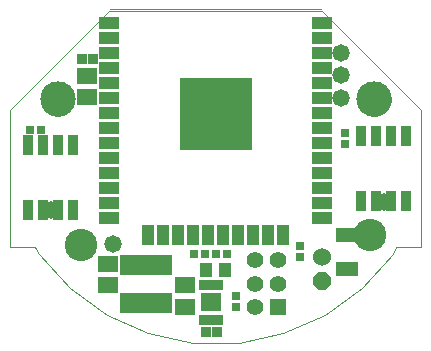
<source format=gts>
G75*
%MOIN*%
%OFA0B0*%
%FSLAX25Y25*%
%IPPOS*%
%LPD*%
%AMOC8*
5,1,8,0,0,1.08239X$1,22.5*
%
%ADD10C,0.00000*%
%ADD11C,0.11824*%
%ADD12R,0.03359X0.03359*%
%ADD13R,0.06509X0.05328*%
%ADD14R,0.04343X0.04540*%
%ADD15R,0.01981X0.03753*%
%ADD16R,0.06548X0.06154*%
%ADD17R,0.03162X0.03162*%
%ADD18C,0.05800*%
%ADD19C,0.10800*%
%ADD20R,0.03200X0.06800*%
%ADD21R,0.06706X0.04343*%
%ADD22R,0.04343X0.06706*%
%ADD23R,0.24422X0.24422*%
%ADD24R,0.05600X0.05600*%
%ADD25C,0.05600*%
%ADD26R,0.17335X0.06706*%
%ADD27OC8,0.06000*%
%ADD28C,0.06000*%
%ADD29R,0.07493X0.05131*%
%ADD30C,0.12611*%
D10*
X0037313Y0095543D02*
X0051223Y0089350D01*
X0066117Y0086184D01*
X0081344Y0086184D01*
X0096237Y0089350D01*
X0110148Y0095543D01*
X0122466Y0104493D01*
X0132655Y0115809D01*
X0133959Y0118069D01*
X0142234Y0118069D01*
X0142234Y0163738D01*
X0109163Y0196809D01*
X0038297Y0196809D01*
X0005226Y0163738D01*
X0005226Y0118069D01*
X0013501Y0118069D01*
X0014806Y0115809D01*
X0024994Y0104493D01*
X0037313Y0095543D01*
X0015462Y0167301D02*
X0015464Y0167449D01*
X0015470Y0167597D01*
X0015480Y0167745D01*
X0015494Y0167892D01*
X0015512Y0168039D01*
X0015533Y0168185D01*
X0015559Y0168331D01*
X0015589Y0168476D01*
X0015622Y0168620D01*
X0015660Y0168763D01*
X0015701Y0168905D01*
X0015746Y0169046D01*
X0015794Y0169186D01*
X0015847Y0169325D01*
X0015903Y0169462D01*
X0015963Y0169597D01*
X0016026Y0169731D01*
X0016093Y0169863D01*
X0016164Y0169993D01*
X0016238Y0170121D01*
X0016315Y0170247D01*
X0016396Y0170371D01*
X0016480Y0170493D01*
X0016567Y0170612D01*
X0016658Y0170729D01*
X0016752Y0170844D01*
X0016848Y0170956D01*
X0016948Y0171066D01*
X0017050Y0171172D01*
X0017156Y0171276D01*
X0017264Y0171377D01*
X0017375Y0171475D01*
X0017488Y0171571D01*
X0017604Y0171663D01*
X0017722Y0171752D01*
X0017843Y0171837D01*
X0017966Y0171920D01*
X0018091Y0171999D01*
X0018218Y0172075D01*
X0018347Y0172147D01*
X0018478Y0172216D01*
X0018611Y0172281D01*
X0018746Y0172342D01*
X0018882Y0172400D01*
X0019019Y0172455D01*
X0019158Y0172505D01*
X0019299Y0172552D01*
X0019440Y0172595D01*
X0019583Y0172635D01*
X0019727Y0172670D01*
X0019871Y0172702D01*
X0020017Y0172729D01*
X0020163Y0172753D01*
X0020310Y0172773D01*
X0020457Y0172789D01*
X0020604Y0172801D01*
X0020752Y0172809D01*
X0020900Y0172813D01*
X0021048Y0172813D01*
X0021196Y0172809D01*
X0021344Y0172801D01*
X0021491Y0172789D01*
X0021638Y0172773D01*
X0021785Y0172753D01*
X0021931Y0172729D01*
X0022077Y0172702D01*
X0022221Y0172670D01*
X0022365Y0172635D01*
X0022508Y0172595D01*
X0022649Y0172552D01*
X0022790Y0172505D01*
X0022929Y0172455D01*
X0023066Y0172400D01*
X0023202Y0172342D01*
X0023337Y0172281D01*
X0023470Y0172216D01*
X0023601Y0172147D01*
X0023730Y0172075D01*
X0023857Y0171999D01*
X0023982Y0171920D01*
X0024105Y0171837D01*
X0024226Y0171752D01*
X0024344Y0171663D01*
X0024460Y0171571D01*
X0024573Y0171475D01*
X0024684Y0171377D01*
X0024792Y0171276D01*
X0024898Y0171172D01*
X0025000Y0171066D01*
X0025100Y0170956D01*
X0025196Y0170844D01*
X0025290Y0170729D01*
X0025381Y0170612D01*
X0025468Y0170493D01*
X0025552Y0170371D01*
X0025633Y0170247D01*
X0025710Y0170121D01*
X0025784Y0169993D01*
X0025855Y0169863D01*
X0025922Y0169731D01*
X0025985Y0169597D01*
X0026045Y0169462D01*
X0026101Y0169325D01*
X0026154Y0169186D01*
X0026202Y0169046D01*
X0026247Y0168905D01*
X0026288Y0168763D01*
X0026326Y0168620D01*
X0026359Y0168476D01*
X0026389Y0168331D01*
X0026415Y0168185D01*
X0026436Y0168039D01*
X0026454Y0167892D01*
X0026468Y0167745D01*
X0026478Y0167597D01*
X0026484Y0167449D01*
X0026486Y0167301D01*
X0026484Y0167153D01*
X0026478Y0167005D01*
X0026468Y0166857D01*
X0026454Y0166710D01*
X0026436Y0166563D01*
X0026415Y0166417D01*
X0026389Y0166271D01*
X0026359Y0166126D01*
X0026326Y0165982D01*
X0026288Y0165839D01*
X0026247Y0165697D01*
X0026202Y0165556D01*
X0026154Y0165416D01*
X0026101Y0165277D01*
X0026045Y0165140D01*
X0025985Y0165005D01*
X0025922Y0164871D01*
X0025855Y0164739D01*
X0025784Y0164609D01*
X0025710Y0164481D01*
X0025633Y0164355D01*
X0025552Y0164231D01*
X0025468Y0164109D01*
X0025381Y0163990D01*
X0025290Y0163873D01*
X0025196Y0163758D01*
X0025100Y0163646D01*
X0025000Y0163536D01*
X0024898Y0163430D01*
X0024792Y0163326D01*
X0024684Y0163225D01*
X0024573Y0163127D01*
X0024460Y0163031D01*
X0024344Y0162939D01*
X0024226Y0162850D01*
X0024105Y0162765D01*
X0023982Y0162682D01*
X0023857Y0162603D01*
X0023730Y0162527D01*
X0023601Y0162455D01*
X0023470Y0162386D01*
X0023337Y0162321D01*
X0023202Y0162260D01*
X0023066Y0162202D01*
X0022929Y0162147D01*
X0022790Y0162097D01*
X0022649Y0162050D01*
X0022508Y0162007D01*
X0022365Y0161967D01*
X0022221Y0161932D01*
X0022077Y0161900D01*
X0021931Y0161873D01*
X0021785Y0161849D01*
X0021638Y0161829D01*
X0021491Y0161813D01*
X0021344Y0161801D01*
X0021196Y0161793D01*
X0021048Y0161789D01*
X0020900Y0161789D01*
X0020752Y0161793D01*
X0020604Y0161801D01*
X0020457Y0161813D01*
X0020310Y0161829D01*
X0020163Y0161849D01*
X0020017Y0161873D01*
X0019871Y0161900D01*
X0019727Y0161932D01*
X0019583Y0161967D01*
X0019440Y0162007D01*
X0019299Y0162050D01*
X0019158Y0162097D01*
X0019019Y0162147D01*
X0018882Y0162202D01*
X0018746Y0162260D01*
X0018611Y0162321D01*
X0018478Y0162386D01*
X0018347Y0162455D01*
X0018218Y0162527D01*
X0018091Y0162603D01*
X0017966Y0162682D01*
X0017843Y0162765D01*
X0017722Y0162850D01*
X0017604Y0162939D01*
X0017488Y0163031D01*
X0017375Y0163127D01*
X0017264Y0163225D01*
X0017156Y0163326D01*
X0017050Y0163430D01*
X0016948Y0163536D01*
X0016848Y0163646D01*
X0016752Y0163758D01*
X0016658Y0163873D01*
X0016567Y0163990D01*
X0016480Y0164109D01*
X0016396Y0164231D01*
X0016315Y0164355D01*
X0016238Y0164481D01*
X0016164Y0164609D01*
X0016093Y0164739D01*
X0016026Y0164871D01*
X0015963Y0165005D01*
X0015903Y0165140D01*
X0015847Y0165277D01*
X0015794Y0165416D01*
X0015746Y0165556D01*
X0015701Y0165697D01*
X0015660Y0165839D01*
X0015622Y0165982D01*
X0015589Y0166126D01*
X0015559Y0166271D01*
X0015533Y0166417D01*
X0015512Y0166563D01*
X0015494Y0166710D01*
X0015480Y0166857D01*
X0015470Y0167005D01*
X0015464Y0167153D01*
X0015462Y0167301D01*
X0038612Y0197518D02*
X0108691Y0197518D01*
X0120994Y0167301D02*
X0120996Y0167449D01*
X0121002Y0167597D01*
X0121012Y0167745D01*
X0121026Y0167892D01*
X0121044Y0168039D01*
X0121065Y0168185D01*
X0121091Y0168331D01*
X0121121Y0168476D01*
X0121154Y0168620D01*
X0121192Y0168763D01*
X0121233Y0168905D01*
X0121278Y0169046D01*
X0121326Y0169186D01*
X0121379Y0169325D01*
X0121435Y0169462D01*
X0121495Y0169597D01*
X0121558Y0169731D01*
X0121625Y0169863D01*
X0121696Y0169993D01*
X0121770Y0170121D01*
X0121847Y0170247D01*
X0121928Y0170371D01*
X0122012Y0170493D01*
X0122099Y0170612D01*
X0122190Y0170729D01*
X0122284Y0170844D01*
X0122380Y0170956D01*
X0122480Y0171066D01*
X0122582Y0171172D01*
X0122688Y0171276D01*
X0122796Y0171377D01*
X0122907Y0171475D01*
X0123020Y0171571D01*
X0123136Y0171663D01*
X0123254Y0171752D01*
X0123375Y0171837D01*
X0123498Y0171920D01*
X0123623Y0171999D01*
X0123750Y0172075D01*
X0123879Y0172147D01*
X0124010Y0172216D01*
X0124143Y0172281D01*
X0124278Y0172342D01*
X0124414Y0172400D01*
X0124551Y0172455D01*
X0124690Y0172505D01*
X0124831Y0172552D01*
X0124972Y0172595D01*
X0125115Y0172635D01*
X0125259Y0172670D01*
X0125403Y0172702D01*
X0125549Y0172729D01*
X0125695Y0172753D01*
X0125842Y0172773D01*
X0125989Y0172789D01*
X0126136Y0172801D01*
X0126284Y0172809D01*
X0126432Y0172813D01*
X0126580Y0172813D01*
X0126728Y0172809D01*
X0126876Y0172801D01*
X0127023Y0172789D01*
X0127170Y0172773D01*
X0127317Y0172753D01*
X0127463Y0172729D01*
X0127609Y0172702D01*
X0127753Y0172670D01*
X0127897Y0172635D01*
X0128040Y0172595D01*
X0128181Y0172552D01*
X0128322Y0172505D01*
X0128461Y0172455D01*
X0128598Y0172400D01*
X0128734Y0172342D01*
X0128869Y0172281D01*
X0129002Y0172216D01*
X0129133Y0172147D01*
X0129262Y0172075D01*
X0129389Y0171999D01*
X0129514Y0171920D01*
X0129637Y0171837D01*
X0129758Y0171752D01*
X0129876Y0171663D01*
X0129992Y0171571D01*
X0130105Y0171475D01*
X0130216Y0171377D01*
X0130324Y0171276D01*
X0130430Y0171172D01*
X0130532Y0171066D01*
X0130632Y0170956D01*
X0130728Y0170844D01*
X0130822Y0170729D01*
X0130913Y0170612D01*
X0131000Y0170493D01*
X0131084Y0170371D01*
X0131165Y0170247D01*
X0131242Y0170121D01*
X0131316Y0169993D01*
X0131387Y0169863D01*
X0131454Y0169731D01*
X0131517Y0169597D01*
X0131577Y0169462D01*
X0131633Y0169325D01*
X0131686Y0169186D01*
X0131734Y0169046D01*
X0131779Y0168905D01*
X0131820Y0168763D01*
X0131858Y0168620D01*
X0131891Y0168476D01*
X0131921Y0168331D01*
X0131947Y0168185D01*
X0131968Y0168039D01*
X0131986Y0167892D01*
X0132000Y0167745D01*
X0132010Y0167597D01*
X0132016Y0167449D01*
X0132018Y0167301D01*
X0132016Y0167153D01*
X0132010Y0167005D01*
X0132000Y0166857D01*
X0131986Y0166710D01*
X0131968Y0166563D01*
X0131947Y0166417D01*
X0131921Y0166271D01*
X0131891Y0166126D01*
X0131858Y0165982D01*
X0131820Y0165839D01*
X0131779Y0165697D01*
X0131734Y0165556D01*
X0131686Y0165416D01*
X0131633Y0165277D01*
X0131577Y0165140D01*
X0131517Y0165005D01*
X0131454Y0164871D01*
X0131387Y0164739D01*
X0131316Y0164609D01*
X0131242Y0164481D01*
X0131165Y0164355D01*
X0131084Y0164231D01*
X0131000Y0164109D01*
X0130913Y0163990D01*
X0130822Y0163873D01*
X0130728Y0163758D01*
X0130632Y0163646D01*
X0130532Y0163536D01*
X0130430Y0163430D01*
X0130324Y0163326D01*
X0130216Y0163225D01*
X0130105Y0163127D01*
X0129992Y0163031D01*
X0129876Y0162939D01*
X0129758Y0162850D01*
X0129637Y0162765D01*
X0129514Y0162682D01*
X0129389Y0162603D01*
X0129262Y0162527D01*
X0129133Y0162455D01*
X0129002Y0162386D01*
X0128869Y0162321D01*
X0128734Y0162260D01*
X0128598Y0162202D01*
X0128461Y0162147D01*
X0128322Y0162097D01*
X0128181Y0162050D01*
X0128040Y0162007D01*
X0127897Y0161967D01*
X0127753Y0161932D01*
X0127609Y0161900D01*
X0127463Y0161873D01*
X0127317Y0161849D01*
X0127170Y0161829D01*
X0127023Y0161813D01*
X0126876Y0161801D01*
X0126728Y0161793D01*
X0126580Y0161789D01*
X0126432Y0161789D01*
X0126284Y0161793D01*
X0126136Y0161801D01*
X0125989Y0161813D01*
X0125842Y0161829D01*
X0125695Y0161849D01*
X0125549Y0161873D01*
X0125403Y0161900D01*
X0125259Y0161932D01*
X0125115Y0161967D01*
X0124972Y0162007D01*
X0124831Y0162050D01*
X0124690Y0162097D01*
X0124551Y0162147D01*
X0124414Y0162202D01*
X0124278Y0162260D01*
X0124143Y0162321D01*
X0124010Y0162386D01*
X0123879Y0162455D01*
X0123750Y0162527D01*
X0123623Y0162603D01*
X0123498Y0162682D01*
X0123375Y0162765D01*
X0123254Y0162850D01*
X0123136Y0162939D01*
X0123020Y0163031D01*
X0122907Y0163127D01*
X0122796Y0163225D01*
X0122688Y0163326D01*
X0122582Y0163430D01*
X0122480Y0163536D01*
X0122380Y0163646D01*
X0122284Y0163758D01*
X0122190Y0163873D01*
X0122099Y0163990D01*
X0122012Y0164109D01*
X0121928Y0164231D01*
X0121847Y0164355D01*
X0121770Y0164481D01*
X0121696Y0164609D01*
X0121625Y0164739D01*
X0121558Y0164871D01*
X0121495Y0165005D01*
X0121435Y0165140D01*
X0121379Y0165277D01*
X0121326Y0165416D01*
X0121278Y0165556D01*
X0121233Y0165697D01*
X0121192Y0165839D01*
X0121154Y0165982D01*
X0121121Y0166126D01*
X0121091Y0166271D01*
X0121065Y0166417D01*
X0121044Y0166563D01*
X0121026Y0166710D01*
X0121012Y0166857D01*
X0121002Y0167005D01*
X0120996Y0167153D01*
X0120994Y0167301D01*
D11*
X0126506Y0167301D03*
X0020974Y0167301D03*
D12*
X0029163Y0180746D03*
X0032707Y0180746D03*
X0070482Y0089723D03*
X0074026Y0089723D03*
D13*
X0063533Y0098226D03*
X0063533Y0105313D03*
X0037943Y0105471D03*
X0037943Y0112557D03*
X0030856Y0167990D03*
X0030856Y0175077D03*
D14*
X0070463Y0110510D03*
X0076762Y0110510D03*
D15*
X0075108Y0105471D03*
X0073140Y0105471D03*
X0071171Y0105471D03*
X0069203Y0105471D03*
X0069203Y0093660D03*
X0071171Y0093660D03*
X0073140Y0093660D03*
X0075108Y0093660D03*
D16*
X0072156Y0099565D03*
D17*
X0080305Y0098030D03*
X0080305Y0101573D03*
X0077470Y0115608D03*
X0073927Y0115608D03*
X0069990Y0115608D03*
X0066447Y0115608D03*
X0101781Y0114821D03*
X0101781Y0118364D03*
X0116959Y0152439D03*
X0116959Y0155982D03*
X0015423Y0157163D03*
X0011880Y0157163D03*
D18*
X0018770Y0130549D03*
X0039321Y0118974D03*
X0115522Y0167833D03*
X0115522Y0175392D03*
X0115522Y0182833D03*
X0129636Y0133226D03*
D19*
X0125187Y0121986D03*
X0028907Y0118640D03*
D20*
X0026250Y0130537D03*
X0021250Y0130537D03*
X0016250Y0130537D03*
X0011250Y0130537D03*
X0011250Y0152137D03*
X0016250Y0152137D03*
X0021250Y0152137D03*
X0026250Y0152137D03*
X0121998Y0155050D03*
X0126998Y0155050D03*
X0131998Y0155050D03*
X0136998Y0155050D03*
X0136998Y0133450D03*
X0131998Y0133450D03*
X0126998Y0133450D03*
X0121998Y0133450D03*
D21*
X0109163Y0132872D03*
X0109163Y0127872D03*
X0109163Y0137872D03*
X0109163Y0142872D03*
X0109163Y0147872D03*
X0109163Y0152872D03*
X0109163Y0157872D03*
X0109163Y0162872D03*
X0109163Y0167872D03*
X0109163Y0172872D03*
X0109163Y0177872D03*
X0109163Y0182872D03*
X0109163Y0187872D03*
X0109163Y0192872D03*
X0038297Y0192872D03*
X0038297Y0187872D03*
X0038297Y0182872D03*
X0038297Y0177872D03*
X0038297Y0172872D03*
X0038297Y0167872D03*
X0038297Y0162872D03*
X0038297Y0157872D03*
X0038297Y0152872D03*
X0038297Y0147872D03*
X0038297Y0142872D03*
X0038297Y0137872D03*
X0038297Y0132872D03*
X0038297Y0127872D03*
D22*
X0051230Y0122006D03*
X0056230Y0122006D03*
X0061230Y0122006D03*
X0066230Y0122006D03*
X0071230Y0122006D03*
X0076230Y0122006D03*
X0081230Y0122006D03*
X0086230Y0122006D03*
X0091230Y0122006D03*
X0096230Y0122006D03*
D23*
X0073730Y0162557D03*
D24*
X0094596Y0097990D03*
D25*
X0094596Y0105864D03*
X0094596Y0113738D03*
X0086722Y0113738D03*
X0086722Y0105864D03*
X0086722Y0097990D03*
D26*
X0050502Y0099467D03*
X0050502Y0112065D03*
D27*
X0109163Y0106884D03*
D28*
X0109163Y0114884D03*
D29*
X0117431Y0110786D03*
X0117431Y0122203D03*
D30*
X0073730Y0162557D03*
M02*

</source>
